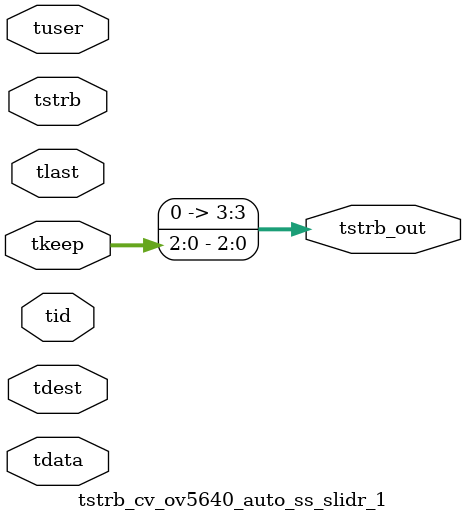
<source format=v>


`timescale 1ps/1ps

module tstrb_cv_ov5640_auto_ss_slidr_1 #
(
parameter C_S_AXIS_TDATA_WIDTH = 32,
parameter C_S_AXIS_TUSER_WIDTH = 0,
parameter C_S_AXIS_TID_WIDTH   = 0,
parameter C_S_AXIS_TDEST_WIDTH = 0,
parameter C_M_AXIS_TDATA_WIDTH = 32
)
(
input  [(C_S_AXIS_TDATA_WIDTH == 0 ? 1 : C_S_AXIS_TDATA_WIDTH)-1:0     ] tdata,
input  [(C_S_AXIS_TUSER_WIDTH == 0 ? 1 : C_S_AXIS_TUSER_WIDTH)-1:0     ] tuser,
input  [(C_S_AXIS_TID_WIDTH   == 0 ? 1 : C_S_AXIS_TID_WIDTH)-1:0       ] tid,
input  [(C_S_AXIS_TDEST_WIDTH == 0 ? 1 : C_S_AXIS_TDEST_WIDTH)-1:0     ] tdest,
input  [(C_S_AXIS_TDATA_WIDTH/8)-1:0 ] tkeep,
input  [(C_S_AXIS_TDATA_WIDTH/8)-1:0 ] tstrb,
input                                                                    tlast,
output [(C_M_AXIS_TDATA_WIDTH/8)-1:0 ] tstrb_out
);

assign tstrb_out = {tkeep[2:0]};

endmodule


</source>
